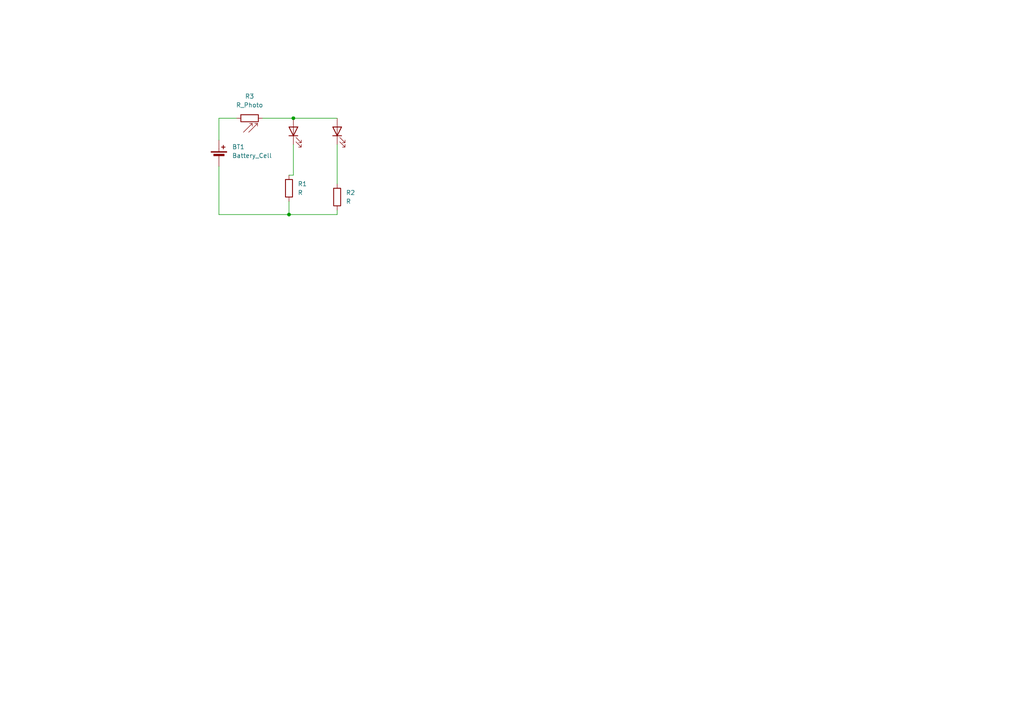
<source format=kicad_sch>
(kicad_sch (version 20250114) (generator "eeschema") (generator_version "9.0")
  (paper "A4")
  (lib_symbols
    (symbol "Device:Battery_Cell" (pin_numbers (hide yes)) (pin_names (offset 0) (hide yes))
      (property "Reference" "BT" (at 2.54 2.54 0))
      (property "Value" "Battery_Cell" (at 2.54 0 0))
      (symbol "Battery_Cell_0_1"
        (rectangle (start -2.286 1.778) (end 2.286 1.524) (fill (type outline)))
        (rectangle (start -1.524 1.016) (end 1.524 0.508) (fill (type outline)))
        (polyline (pts (xy 0 1.778) (xy 0 2.54)))
        (polyline (pts (xy 0 0.762) (xy 0 0)))
        (polyline (pts (xy 0.762 3.048) (xy 1.778 3.048)) (stroke (width 0.254)))
        (polyline (pts (xy 1.27 3.556) (xy 1.27 2.54)) (stroke (width 0.254)))
      )
      (symbol "Battery_Cell_1_1"
        (pin passive line (at 0 5.08 270) (length 2.54) (name "+") (number "1"))
        (pin passive line (at 0 -2.54 90) (length 2.54) (name "-") (number "2"))
      )
    )
    (symbol "Device:LED" (pin_numbers (hide yes)) (pin_names (offset 1.016) (hide yes))
      (property "Reference" "D" (at 0 2.54 0))
      (property "Value" "LED" (at 0 -2.54 0))
      (symbol "LED_0_1"
        (polyline (pts (xy -3.048 -0.762) (xy -4.572 -2.286) (xy -3.81 -2.286) (xy -4.572 -2.286) (xy -4.572 -1.524)))
        (polyline (pts (xy -1.778 -0.762) (xy -3.302 -2.286) (xy -2.54 -2.286) (xy -3.302 -2.286) (xy -3.302 -1.524)))
        (polyline (pts (xy -1.27 0) (xy 1.27 0)))
        (polyline (pts (xy -1.27 -1.27) (xy -1.27 1.27)) (stroke (width 0.254)))
        (polyline (pts (xy 1.27 -1.27) (xy 1.27 1.27) (xy -1.27 0) (xy 1.27 -1.27)) (stroke (width 0.254)))
      )
      (symbol "LED_1_1"
        (pin passive line (at -3.81 0 0) (length 2.54) (name "K") (number "1"))
        (pin passive line (at 3.81 0 180) (length 2.54) (name "A") (number "2"))
      )
    )
    (symbol "Device:R" (pin_numbers (hide yes)) (pin_names (offset 0))
      (property "Reference" "R" (at 2.032 0 90))
      (property "Value" "R" (at 0 0 90))
      (symbol "R_0_1"
        (rectangle (start -1.016 -2.54) (end 1.016 2.54) (stroke (width 0.254)))
      )
      (symbol "R_1_1"
        (pin passive line (at 0 3.81 270) (length 1.27) (name "~") (number "1"))
        (pin passive line (at 0 -3.81 90) (length 1.27) (name "~") (number "2"))
      )
    )
    (symbol "Device:R_Photo" (pin_numbers (hide yes)) (pin_names (offset 0))
      (property "Reference" "R" (at 1.27 1.27 0))
      (property "Value" "R_Photo" (at 1.27 0 0))
      (symbol "R_Photo_0_1"
        (polyline (pts (xy -1.524 -0.762) (xy -4.064 1.778)))
        (polyline (pts (xy -1.524 -0.762) (xy -2.286 -0.762)))
        (polyline (pts (xy -1.524 -0.762) (xy -1.524 0)))
        (polyline (pts (xy -1.524 -2.286) (xy -4.064 0.254)))
        (polyline (pts (xy -1.524 -2.286) (xy -2.286 -2.286)))
        (polyline (pts (xy -1.524 -2.286) (xy -1.524 -1.524)))
        (rectangle (start -1.016 2.54) (end 1.016 -2.54) (stroke (width 0.254)))
      )
      (symbol "R_Photo_1_1"
        (pin passive line (at 0 3.81 270) (length 1.27) (name "~") (number "1"))
        (pin passive line (at 0 -3.81 90) (length 1.27) (name "~") (number "2"))
      )
    )
  )
  (junction (at 85.09 34.29))
  (junction (at 83.82 62.23))
  (wire (pts (xy 85.09 41.91) (xy 85.09 50.8)))
  (wire (pts (xy 63.5 34.29) (xy 68.58 34.29)))
  (wire (pts (xy 85.09 34.29) (xy 97.79 34.29)))
  (wire (pts (xy 63.5 34.29) (xy 63.5 40.64)))
  (wire (pts (xy 97.79 62.23) (xy 83.82 62.23)))
  (wire (pts (xy 97.79 41.91) (xy 97.79 53.34)))
  (wire (pts (xy 97.79 60.96) (xy 97.79 62.23)))
  (wire (pts (xy 63.5 62.23) (xy 83.82 62.23)))
  (wire (pts (xy 63.5 48.26) (xy 63.5 62.23)))
  (wire (pts (xy 83.82 58.42) (xy 83.82 62.23)))
  (wire (pts (xy 85.09 50.8) (xy 83.82 50.8)))
  (wire (pts (xy 76.2 34.29) (xy 85.09 34.29)))
  (symbol (lib_id "Device:LED") (at 85.09 38.1 90) (unit 1)
    (property "Reference" "D1" (effects (hide yes)))
    (property "Value" "LED" (effects (hide yes)))
    (property "Footprint" "LED_THT:LED_D5.0mm" (effects (hide yes)))
    (property "Description" "Light emitting diode" (effects (hide yes)))
    (property "Sim.Pins" "1=K 2=A" (effects (hide yes)))
  )
  (symbol (lib_id "Device:Battery_Cell") (at 63.5 45.72 0) (unit 1)
    (property "Reference" "BT1" (at 67.31 42.6084 0) (effects (justify left)))
    (property "Value" "Battery_Cell" (at 67.31 45.1484 0) (effects (justify left)))
    (property "Footprint" "Battery:BatteryHolder_Keystone_3034_1x20mm" (effects (hide yes)))
    (property "Description" "Single-cell battery" (effects (hide yes)))
  )
  (symbol (lib_id "Device:LED") (at 97.79 38.1 90) (unit 1)
    (property "Reference" "D2" (effects (hide yes)))
    (property "Value" "LED" (effects (hide yes)))
    (property "Footprint" "LED_THT:LED_D5.0mm" (effects (hide yes)))
    (property "Description" "Light emitting diode" (effects (hide yes)))
    (property "Sim.Pins" "1=K 2=A" (effects (hide yes)))
  )
  (symbol (lib_id "Device:R_Photo") (at 72.39 34.29 90) (unit 1)
    (property "Reference" "R3" (at 72.39 27.94 90))
    (property "Value" "R_Photo" (at 72.39 30.48 90))
    (property "Footprint" "OptoDevice:R_LDR_5.0x4.1mm_P3mm_Vertical" (effects (hide yes)))
    (property "Description" "Photoresistor" (effects (hide yes)))
  )
  (symbol (lib_id "Device:R") (at 83.82 54.61 0) (unit 1)
    (property "Reference" "R1" (at 86.36 53.3399 0) (effects (justify left)))
    (property "Value" "R" (at 86.36 55.8799 0) (effects (justify left)))
    (property "Footprint" "Resistor_THT:R_Axial_DIN0207_L6.3mm_D2.5mm_P7.62mm_Horizontal" (effects (hide yes)))
    (property "Description" "Resistor" (effects (hide yes)))
  )
  (symbol (lib_id "Device:R") (at 97.79 57.15 0) (unit 1)
    (property "Reference" "R2" (at 100.33 55.8799 0) (effects (justify left)))
    (property "Value" "R" (at 100.33 58.4199 0) (effects (justify left)))
    (property "Footprint" "Resistor_THT:R_Axial_DIN0207_L6.3mm_D2.5mm_P7.62mm_Horizontal" (effects (hide yes)))
    (property "Description" "Resistor" (effects (hide yes)))
  )
)
</source>
